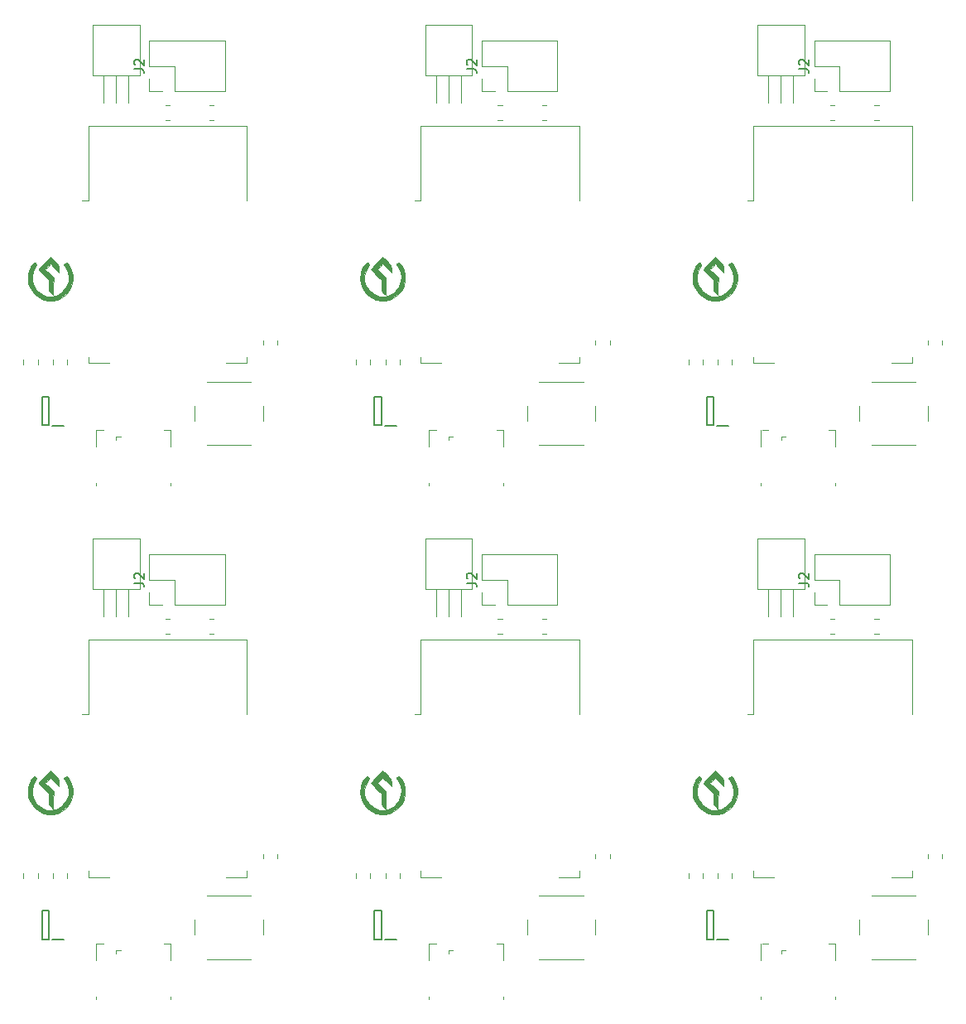
<source format=gbr>
G04 #@! TF.GenerationSoftware,KiCad,Pcbnew,(5.1.9)-1*
G04 #@! TF.CreationDate,2021-03-22T07:19:38+01:00*
G04 #@! TF.ProjectId,IM350- Multi,494d3335-302d-4204-9d75-6c74692e6b69,rev?*
G04 #@! TF.SameCoordinates,Original*
G04 #@! TF.FileFunction,Legend,Top*
G04 #@! TF.FilePolarity,Positive*
%FSLAX46Y46*%
G04 Gerber Fmt 4.6, Leading zero omitted, Abs format (unit mm)*
G04 Created by KiCad (PCBNEW (5.1.9)-1) date 2021-03-22 07:19:38*
%MOMM*%
%LPD*%
G01*
G04 APERTURE LIST*
%ADD10C,0.010000*%
%ADD11C,0.120000*%
%ADD12C,0.200000*%
%ADD13C,0.150000*%
G04 APERTURE END LIST*
D10*
G36*
X124993314Y-115374117D02*
G01*
X124996666Y-115377148D01*
X125101276Y-115494777D01*
X125087044Y-115599718D01*
X125030272Y-115683626D01*
X124746130Y-116184288D01*
X124613038Y-116699670D01*
X124629888Y-117211618D01*
X124795571Y-117701978D01*
X125108979Y-118152595D01*
X125185918Y-118233002D01*
X125635502Y-118586300D01*
X126110838Y-118785985D01*
X126597619Y-118832058D01*
X127081538Y-118724518D01*
X127548286Y-118463366D01*
X127814081Y-118233002D01*
X128155709Y-117792086D01*
X128349824Y-117307945D01*
X128395319Y-116798732D01*
X128291085Y-116282601D01*
X128036013Y-115777707D01*
X127969727Y-115683626D01*
X127892661Y-115550060D01*
X127929417Y-115449592D01*
X128003333Y-115377148D01*
X128095643Y-115305108D01*
X128169653Y-115306372D01*
X128258787Y-115401304D01*
X128396469Y-115610272D01*
X128403109Y-115620739D01*
X128654504Y-116105894D01*
X128775576Y-116587027D01*
X128781585Y-117121397D01*
X128659228Y-117698000D01*
X128396881Y-118216996D01*
X128009151Y-118656847D01*
X127510647Y-118996013D01*
X127509923Y-118996385D01*
X127157971Y-119119791D01*
X126726438Y-119189529D01*
X126281015Y-119201228D01*
X125887393Y-119150515D01*
X125761652Y-119112708D01*
X125222436Y-118834626D01*
X124782005Y-118449179D01*
X124455383Y-117977102D01*
X124257593Y-117439127D01*
X124202051Y-116960312D01*
X124239783Y-116469530D01*
X124374933Y-116030029D01*
X124597854Y-115619219D01*
X124737716Y-115406070D01*
X124827885Y-115307742D01*
X124901904Y-115303878D01*
X124993314Y-115374117D01*
G37*
X124993314Y-115374117D02*
X124996666Y-115377148D01*
X125101276Y-115494777D01*
X125087044Y-115599718D01*
X125030272Y-115683626D01*
X124746130Y-116184288D01*
X124613038Y-116699670D01*
X124629888Y-117211618D01*
X124795571Y-117701978D01*
X125108979Y-118152595D01*
X125185918Y-118233002D01*
X125635502Y-118586300D01*
X126110838Y-118785985D01*
X126597619Y-118832058D01*
X127081538Y-118724518D01*
X127548286Y-118463366D01*
X127814081Y-118233002D01*
X128155709Y-117792086D01*
X128349824Y-117307945D01*
X128395319Y-116798732D01*
X128291085Y-116282601D01*
X128036013Y-115777707D01*
X127969727Y-115683626D01*
X127892661Y-115550060D01*
X127929417Y-115449592D01*
X128003333Y-115377148D01*
X128095643Y-115305108D01*
X128169653Y-115306372D01*
X128258787Y-115401304D01*
X128396469Y-115610272D01*
X128403109Y-115620739D01*
X128654504Y-116105894D01*
X128775576Y-116587027D01*
X128781585Y-117121397D01*
X128659228Y-117698000D01*
X128396881Y-118216996D01*
X128009151Y-118656847D01*
X127510647Y-118996013D01*
X127509923Y-118996385D01*
X127157971Y-119119791D01*
X126726438Y-119189529D01*
X126281015Y-119201228D01*
X125887393Y-119150515D01*
X125761652Y-119112708D01*
X125222436Y-118834626D01*
X124782005Y-118449179D01*
X124455383Y-117977102D01*
X124257593Y-117439127D01*
X124202051Y-116960312D01*
X124239783Y-116469530D01*
X124374933Y-116030029D01*
X124597854Y-115619219D01*
X124737716Y-115406070D01*
X124827885Y-115307742D01*
X124901904Y-115303878D01*
X124993314Y-115374117D01*
G36*
X126936196Y-115174013D02*
G01*
X127160220Y-115403331D01*
X127291224Y-115570323D01*
X127353769Y-115719324D01*
X127372417Y-115894669D01*
X127373125Y-115962702D01*
X127373125Y-116319889D01*
X126937360Y-115889538D01*
X126501596Y-115459186D01*
X126221989Y-115730191D01*
X125942383Y-116001196D01*
X126822975Y-116891074D01*
X126800394Y-117784464D01*
X126777812Y-118677854D01*
X126559531Y-118449740D01*
X126442035Y-118309741D01*
X126376152Y-118164760D01*
X126347390Y-117962900D01*
X126341250Y-117668051D01*
X126341250Y-117114476D01*
X125825312Y-116603125D01*
X125597954Y-116369174D01*
X125421741Y-116171455D01*
X125322306Y-116039529D01*
X125309375Y-116008118D01*
X125362618Y-115920739D01*
X125506516Y-115750222D01*
X125717326Y-115523493D01*
X125904321Y-115333488D01*
X126499268Y-114742513D01*
X126936196Y-115174013D01*
G37*
X126936196Y-115174013D02*
X127160220Y-115403331D01*
X127291224Y-115570323D01*
X127353769Y-115719324D01*
X127372417Y-115894669D01*
X127373125Y-115962702D01*
X127373125Y-116319889D01*
X126937360Y-115889538D01*
X126501596Y-115459186D01*
X126221989Y-115730191D01*
X125942383Y-116001196D01*
X126822975Y-116891074D01*
X126800394Y-117784464D01*
X126777812Y-118677854D01*
X126559531Y-118449740D01*
X126442035Y-118309741D01*
X126376152Y-118164760D01*
X126347390Y-117962900D01*
X126341250Y-117668051D01*
X126341250Y-117114476D01*
X125825312Y-116603125D01*
X125597954Y-116369174D01*
X125421741Y-116171455D01*
X125322306Y-116039529D01*
X125309375Y-116008118D01*
X125362618Y-115920739D01*
X125506516Y-115750222D01*
X125717326Y-115523493D01*
X125904321Y-115333488D01*
X126499268Y-114742513D01*
X126936196Y-115174013D01*
G36*
X92936196Y-115174013D02*
G01*
X93160220Y-115403331D01*
X93291224Y-115570323D01*
X93353769Y-115719324D01*
X93372417Y-115894669D01*
X93373125Y-115962702D01*
X93373125Y-116319889D01*
X92937360Y-115889538D01*
X92501596Y-115459186D01*
X92221989Y-115730191D01*
X91942383Y-116001196D01*
X92822975Y-116891074D01*
X92800394Y-117784464D01*
X92777812Y-118677854D01*
X92559531Y-118449740D01*
X92442035Y-118309741D01*
X92376152Y-118164760D01*
X92347390Y-117962900D01*
X92341250Y-117668051D01*
X92341250Y-117114476D01*
X91825312Y-116603125D01*
X91597954Y-116369174D01*
X91421741Y-116171455D01*
X91322306Y-116039529D01*
X91309375Y-116008118D01*
X91362618Y-115920739D01*
X91506516Y-115750222D01*
X91717326Y-115523493D01*
X91904321Y-115333488D01*
X92499268Y-114742513D01*
X92936196Y-115174013D01*
G37*
X92936196Y-115174013D02*
X93160220Y-115403331D01*
X93291224Y-115570323D01*
X93353769Y-115719324D01*
X93372417Y-115894669D01*
X93373125Y-115962702D01*
X93373125Y-116319889D01*
X92937360Y-115889538D01*
X92501596Y-115459186D01*
X92221989Y-115730191D01*
X91942383Y-116001196D01*
X92822975Y-116891074D01*
X92800394Y-117784464D01*
X92777812Y-118677854D01*
X92559531Y-118449740D01*
X92442035Y-118309741D01*
X92376152Y-118164760D01*
X92347390Y-117962900D01*
X92341250Y-117668051D01*
X92341250Y-117114476D01*
X91825312Y-116603125D01*
X91597954Y-116369174D01*
X91421741Y-116171455D01*
X91322306Y-116039529D01*
X91309375Y-116008118D01*
X91362618Y-115920739D01*
X91506516Y-115750222D01*
X91717326Y-115523493D01*
X91904321Y-115333488D01*
X92499268Y-114742513D01*
X92936196Y-115174013D01*
G36*
X90993314Y-115374117D02*
G01*
X90996666Y-115377148D01*
X91101276Y-115494777D01*
X91087044Y-115599718D01*
X91030272Y-115683626D01*
X90746130Y-116184288D01*
X90613038Y-116699670D01*
X90629888Y-117211618D01*
X90795571Y-117701978D01*
X91108979Y-118152595D01*
X91185918Y-118233002D01*
X91635502Y-118586300D01*
X92110838Y-118785985D01*
X92597619Y-118832058D01*
X93081538Y-118724518D01*
X93548286Y-118463366D01*
X93814081Y-118233002D01*
X94155709Y-117792086D01*
X94349824Y-117307945D01*
X94395319Y-116798732D01*
X94291085Y-116282601D01*
X94036013Y-115777707D01*
X93969727Y-115683626D01*
X93892661Y-115550060D01*
X93929417Y-115449592D01*
X94003333Y-115377148D01*
X94095643Y-115305108D01*
X94169653Y-115306372D01*
X94258787Y-115401304D01*
X94396469Y-115610272D01*
X94403109Y-115620739D01*
X94654504Y-116105894D01*
X94775576Y-116587027D01*
X94781585Y-117121397D01*
X94659228Y-117698000D01*
X94396881Y-118216996D01*
X94009151Y-118656847D01*
X93510647Y-118996013D01*
X93509923Y-118996385D01*
X93157971Y-119119791D01*
X92726438Y-119189529D01*
X92281015Y-119201228D01*
X91887393Y-119150515D01*
X91761652Y-119112708D01*
X91222436Y-118834626D01*
X90782005Y-118449179D01*
X90455383Y-117977102D01*
X90257593Y-117439127D01*
X90202051Y-116960312D01*
X90239783Y-116469530D01*
X90374933Y-116030029D01*
X90597854Y-115619219D01*
X90737716Y-115406070D01*
X90827885Y-115307742D01*
X90901904Y-115303878D01*
X90993314Y-115374117D01*
G37*
X90993314Y-115374117D02*
X90996666Y-115377148D01*
X91101276Y-115494777D01*
X91087044Y-115599718D01*
X91030272Y-115683626D01*
X90746130Y-116184288D01*
X90613038Y-116699670D01*
X90629888Y-117211618D01*
X90795571Y-117701978D01*
X91108979Y-118152595D01*
X91185918Y-118233002D01*
X91635502Y-118586300D01*
X92110838Y-118785985D01*
X92597619Y-118832058D01*
X93081538Y-118724518D01*
X93548286Y-118463366D01*
X93814081Y-118233002D01*
X94155709Y-117792086D01*
X94349824Y-117307945D01*
X94395319Y-116798732D01*
X94291085Y-116282601D01*
X94036013Y-115777707D01*
X93969727Y-115683626D01*
X93892661Y-115550060D01*
X93929417Y-115449592D01*
X94003333Y-115377148D01*
X94095643Y-115305108D01*
X94169653Y-115306372D01*
X94258787Y-115401304D01*
X94396469Y-115610272D01*
X94403109Y-115620739D01*
X94654504Y-116105894D01*
X94775576Y-116587027D01*
X94781585Y-117121397D01*
X94659228Y-117698000D01*
X94396881Y-118216996D01*
X94009151Y-118656847D01*
X93510647Y-118996013D01*
X93509923Y-118996385D01*
X93157971Y-119119791D01*
X92726438Y-119189529D01*
X92281015Y-119201228D01*
X91887393Y-119150515D01*
X91761652Y-119112708D01*
X91222436Y-118834626D01*
X90782005Y-118449179D01*
X90455383Y-117977102D01*
X90257593Y-117439127D01*
X90202051Y-116960312D01*
X90239783Y-116469530D01*
X90374933Y-116030029D01*
X90597854Y-115619219D01*
X90737716Y-115406070D01*
X90827885Y-115307742D01*
X90901904Y-115303878D01*
X90993314Y-115374117D01*
G36*
X56993314Y-115374117D02*
G01*
X56996666Y-115377148D01*
X57101276Y-115494777D01*
X57087044Y-115599718D01*
X57030272Y-115683626D01*
X56746130Y-116184288D01*
X56613038Y-116699670D01*
X56629888Y-117211618D01*
X56795571Y-117701978D01*
X57108979Y-118152595D01*
X57185918Y-118233002D01*
X57635502Y-118586300D01*
X58110838Y-118785985D01*
X58597619Y-118832058D01*
X59081538Y-118724518D01*
X59548286Y-118463366D01*
X59814081Y-118233002D01*
X60155709Y-117792086D01*
X60349824Y-117307945D01*
X60395319Y-116798732D01*
X60291085Y-116282601D01*
X60036013Y-115777707D01*
X59969727Y-115683626D01*
X59892661Y-115550060D01*
X59929417Y-115449592D01*
X60003333Y-115377148D01*
X60095643Y-115305108D01*
X60169653Y-115306372D01*
X60258787Y-115401304D01*
X60396469Y-115610272D01*
X60403109Y-115620739D01*
X60654504Y-116105894D01*
X60775576Y-116587027D01*
X60781585Y-117121397D01*
X60659228Y-117698000D01*
X60396881Y-118216996D01*
X60009151Y-118656847D01*
X59510647Y-118996013D01*
X59509923Y-118996385D01*
X59157971Y-119119791D01*
X58726438Y-119189529D01*
X58281015Y-119201228D01*
X57887393Y-119150515D01*
X57761652Y-119112708D01*
X57222436Y-118834626D01*
X56782005Y-118449179D01*
X56455383Y-117977102D01*
X56257593Y-117439127D01*
X56202051Y-116960312D01*
X56239783Y-116469530D01*
X56374933Y-116030029D01*
X56597854Y-115619219D01*
X56737716Y-115406070D01*
X56827885Y-115307742D01*
X56901904Y-115303878D01*
X56993314Y-115374117D01*
G37*
X56993314Y-115374117D02*
X56996666Y-115377148D01*
X57101276Y-115494777D01*
X57087044Y-115599718D01*
X57030272Y-115683626D01*
X56746130Y-116184288D01*
X56613038Y-116699670D01*
X56629888Y-117211618D01*
X56795571Y-117701978D01*
X57108979Y-118152595D01*
X57185918Y-118233002D01*
X57635502Y-118586300D01*
X58110838Y-118785985D01*
X58597619Y-118832058D01*
X59081538Y-118724518D01*
X59548286Y-118463366D01*
X59814081Y-118233002D01*
X60155709Y-117792086D01*
X60349824Y-117307945D01*
X60395319Y-116798732D01*
X60291085Y-116282601D01*
X60036013Y-115777707D01*
X59969727Y-115683626D01*
X59892661Y-115550060D01*
X59929417Y-115449592D01*
X60003333Y-115377148D01*
X60095643Y-115305108D01*
X60169653Y-115306372D01*
X60258787Y-115401304D01*
X60396469Y-115610272D01*
X60403109Y-115620739D01*
X60654504Y-116105894D01*
X60775576Y-116587027D01*
X60781585Y-117121397D01*
X60659228Y-117698000D01*
X60396881Y-118216996D01*
X60009151Y-118656847D01*
X59510647Y-118996013D01*
X59509923Y-118996385D01*
X59157971Y-119119791D01*
X58726438Y-119189529D01*
X58281015Y-119201228D01*
X57887393Y-119150515D01*
X57761652Y-119112708D01*
X57222436Y-118834626D01*
X56782005Y-118449179D01*
X56455383Y-117977102D01*
X56257593Y-117439127D01*
X56202051Y-116960312D01*
X56239783Y-116469530D01*
X56374933Y-116030029D01*
X56597854Y-115619219D01*
X56737716Y-115406070D01*
X56827885Y-115307742D01*
X56901904Y-115303878D01*
X56993314Y-115374117D01*
G36*
X58936196Y-115174013D02*
G01*
X59160220Y-115403331D01*
X59291224Y-115570323D01*
X59353769Y-115719324D01*
X59372417Y-115894669D01*
X59373125Y-115962702D01*
X59373125Y-116319889D01*
X58937360Y-115889538D01*
X58501596Y-115459186D01*
X58221989Y-115730191D01*
X57942383Y-116001196D01*
X58822975Y-116891074D01*
X58800394Y-117784464D01*
X58777812Y-118677854D01*
X58559531Y-118449740D01*
X58442035Y-118309741D01*
X58376152Y-118164760D01*
X58347390Y-117962900D01*
X58341250Y-117668051D01*
X58341250Y-117114476D01*
X57825312Y-116603125D01*
X57597954Y-116369174D01*
X57421741Y-116171455D01*
X57322306Y-116039529D01*
X57309375Y-116008118D01*
X57362618Y-115920739D01*
X57506516Y-115750222D01*
X57717326Y-115523493D01*
X57904321Y-115333488D01*
X58499268Y-114742513D01*
X58936196Y-115174013D01*
G37*
X58936196Y-115174013D02*
X59160220Y-115403331D01*
X59291224Y-115570323D01*
X59353769Y-115719324D01*
X59372417Y-115894669D01*
X59373125Y-115962702D01*
X59373125Y-116319889D01*
X58937360Y-115889538D01*
X58501596Y-115459186D01*
X58221989Y-115730191D01*
X57942383Y-116001196D01*
X58822975Y-116891074D01*
X58800394Y-117784464D01*
X58777812Y-118677854D01*
X58559531Y-118449740D01*
X58442035Y-118309741D01*
X58376152Y-118164760D01*
X58347390Y-117962900D01*
X58341250Y-117668051D01*
X58341250Y-117114476D01*
X57825312Y-116603125D01*
X57597954Y-116369174D01*
X57421741Y-116171455D01*
X57322306Y-116039529D01*
X57309375Y-116008118D01*
X57362618Y-115920739D01*
X57506516Y-115750222D01*
X57717326Y-115523493D01*
X57904321Y-115333488D01*
X58499268Y-114742513D01*
X58936196Y-115174013D01*
G36*
X126936196Y-62674013D02*
G01*
X127160220Y-62903331D01*
X127291224Y-63070323D01*
X127353769Y-63219324D01*
X127372417Y-63394669D01*
X127373125Y-63462702D01*
X127373125Y-63819889D01*
X126937360Y-63389538D01*
X126501596Y-62959186D01*
X126221989Y-63230191D01*
X125942383Y-63501196D01*
X126822975Y-64391074D01*
X126800394Y-65284464D01*
X126777812Y-66177854D01*
X126559531Y-65949740D01*
X126442035Y-65809741D01*
X126376152Y-65664760D01*
X126347390Y-65462900D01*
X126341250Y-65168051D01*
X126341250Y-64614476D01*
X125825312Y-64103125D01*
X125597954Y-63869174D01*
X125421741Y-63671455D01*
X125322306Y-63539529D01*
X125309375Y-63508118D01*
X125362618Y-63420739D01*
X125506516Y-63250222D01*
X125717326Y-63023493D01*
X125904321Y-62833488D01*
X126499268Y-62242513D01*
X126936196Y-62674013D01*
G37*
X126936196Y-62674013D02*
X127160220Y-62903331D01*
X127291224Y-63070323D01*
X127353769Y-63219324D01*
X127372417Y-63394669D01*
X127373125Y-63462702D01*
X127373125Y-63819889D01*
X126937360Y-63389538D01*
X126501596Y-62959186D01*
X126221989Y-63230191D01*
X125942383Y-63501196D01*
X126822975Y-64391074D01*
X126800394Y-65284464D01*
X126777812Y-66177854D01*
X126559531Y-65949740D01*
X126442035Y-65809741D01*
X126376152Y-65664760D01*
X126347390Y-65462900D01*
X126341250Y-65168051D01*
X126341250Y-64614476D01*
X125825312Y-64103125D01*
X125597954Y-63869174D01*
X125421741Y-63671455D01*
X125322306Y-63539529D01*
X125309375Y-63508118D01*
X125362618Y-63420739D01*
X125506516Y-63250222D01*
X125717326Y-63023493D01*
X125904321Y-62833488D01*
X126499268Y-62242513D01*
X126936196Y-62674013D01*
G36*
X124993314Y-62874117D02*
G01*
X124996666Y-62877148D01*
X125101276Y-62994777D01*
X125087044Y-63099718D01*
X125030272Y-63183626D01*
X124746130Y-63684288D01*
X124613038Y-64199670D01*
X124629888Y-64711618D01*
X124795571Y-65201978D01*
X125108979Y-65652595D01*
X125185918Y-65733002D01*
X125635502Y-66086300D01*
X126110838Y-66285985D01*
X126597619Y-66332058D01*
X127081538Y-66224518D01*
X127548286Y-65963366D01*
X127814081Y-65733002D01*
X128155709Y-65292086D01*
X128349824Y-64807945D01*
X128395319Y-64298732D01*
X128291085Y-63782601D01*
X128036013Y-63277707D01*
X127969727Y-63183626D01*
X127892661Y-63050060D01*
X127929417Y-62949592D01*
X128003333Y-62877148D01*
X128095643Y-62805108D01*
X128169653Y-62806372D01*
X128258787Y-62901304D01*
X128396469Y-63110272D01*
X128403109Y-63120739D01*
X128654504Y-63605894D01*
X128775576Y-64087027D01*
X128781585Y-64621397D01*
X128659228Y-65198000D01*
X128396881Y-65716996D01*
X128009151Y-66156847D01*
X127510647Y-66496013D01*
X127509923Y-66496385D01*
X127157971Y-66619791D01*
X126726438Y-66689529D01*
X126281015Y-66701228D01*
X125887393Y-66650515D01*
X125761652Y-66612708D01*
X125222436Y-66334626D01*
X124782005Y-65949179D01*
X124455383Y-65477102D01*
X124257593Y-64939127D01*
X124202051Y-64460312D01*
X124239783Y-63969530D01*
X124374933Y-63530029D01*
X124597854Y-63119219D01*
X124737716Y-62906070D01*
X124827885Y-62807742D01*
X124901904Y-62803878D01*
X124993314Y-62874117D01*
G37*
X124993314Y-62874117D02*
X124996666Y-62877148D01*
X125101276Y-62994777D01*
X125087044Y-63099718D01*
X125030272Y-63183626D01*
X124746130Y-63684288D01*
X124613038Y-64199670D01*
X124629888Y-64711618D01*
X124795571Y-65201978D01*
X125108979Y-65652595D01*
X125185918Y-65733002D01*
X125635502Y-66086300D01*
X126110838Y-66285985D01*
X126597619Y-66332058D01*
X127081538Y-66224518D01*
X127548286Y-65963366D01*
X127814081Y-65733002D01*
X128155709Y-65292086D01*
X128349824Y-64807945D01*
X128395319Y-64298732D01*
X128291085Y-63782601D01*
X128036013Y-63277707D01*
X127969727Y-63183626D01*
X127892661Y-63050060D01*
X127929417Y-62949592D01*
X128003333Y-62877148D01*
X128095643Y-62805108D01*
X128169653Y-62806372D01*
X128258787Y-62901304D01*
X128396469Y-63110272D01*
X128403109Y-63120739D01*
X128654504Y-63605894D01*
X128775576Y-64087027D01*
X128781585Y-64621397D01*
X128659228Y-65198000D01*
X128396881Y-65716996D01*
X128009151Y-66156847D01*
X127510647Y-66496013D01*
X127509923Y-66496385D01*
X127157971Y-66619791D01*
X126726438Y-66689529D01*
X126281015Y-66701228D01*
X125887393Y-66650515D01*
X125761652Y-66612708D01*
X125222436Y-66334626D01*
X124782005Y-65949179D01*
X124455383Y-65477102D01*
X124257593Y-64939127D01*
X124202051Y-64460312D01*
X124239783Y-63969530D01*
X124374933Y-63530029D01*
X124597854Y-63119219D01*
X124737716Y-62906070D01*
X124827885Y-62807742D01*
X124901904Y-62803878D01*
X124993314Y-62874117D01*
G36*
X90993314Y-62874117D02*
G01*
X90996666Y-62877148D01*
X91101276Y-62994777D01*
X91087044Y-63099718D01*
X91030272Y-63183626D01*
X90746130Y-63684288D01*
X90613038Y-64199670D01*
X90629888Y-64711618D01*
X90795571Y-65201978D01*
X91108979Y-65652595D01*
X91185918Y-65733002D01*
X91635502Y-66086300D01*
X92110838Y-66285985D01*
X92597619Y-66332058D01*
X93081538Y-66224518D01*
X93548286Y-65963366D01*
X93814081Y-65733002D01*
X94155709Y-65292086D01*
X94349824Y-64807945D01*
X94395319Y-64298732D01*
X94291085Y-63782601D01*
X94036013Y-63277707D01*
X93969727Y-63183626D01*
X93892661Y-63050060D01*
X93929417Y-62949592D01*
X94003333Y-62877148D01*
X94095643Y-62805108D01*
X94169653Y-62806372D01*
X94258787Y-62901304D01*
X94396469Y-63110272D01*
X94403109Y-63120739D01*
X94654504Y-63605894D01*
X94775576Y-64087027D01*
X94781585Y-64621397D01*
X94659228Y-65198000D01*
X94396881Y-65716996D01*
X94009151Y-66156847D01*
X93510647Y-66496013D01*
X93509923Y-66496385D01*
X93157971Y-66619791D01*
X92726438Y-66689529D01*
X92281015Y-66701228D01*
X91887393Y-66650515D01*
X91761652Y-66612708D01*
X91222436Y-66334626D01*
X90782005Y-65949179D01*
X90455383Y-65477102D01*
X90257593Y-64939127D01*
X90202051Y-64460312D01*
X90239783Y-63969530D01*
X90374933Y-63530029D01*
X90597854Y-63119219D01*
X90737716Y-62906070D01*
X90827885Y-62807742D01*
X90901904Y-62803878D01*
X90993314Y-62874117D01*
G37*
X90993314Y-62874117D02*
X90996666Y-62877148D01*
X91101276Y-62994777D01*
X91087044Y-63099718D01*
X91030272Y-63183626D01*
X90746130Y-63684288D01*
X90613038Y-64199670D01*
X90629888Y-64711618D01*
X90795571Y-65201978D01*
X91108979Y-65652595D01*
X91185918Y-65733002D01*
X91635502Y-66086300D01*
X92110838Y-66285985D01*
X92597619Y-66332058D01*
X93081538Y-66224518D01*
X93548286Y-65963366D01*
X93814081Y-65733002D01*
X94155709Y-65292086D01*
X94349824Y-64807945D01*
X94395319Y-64298732D01*
X94291085Y-63782601D01*
X94036013Y-63277707D01*
X93969727Y-63183626D01*
X93892661Y-63050060D01*
X93929417Y-62949592D01*
X94003333Y-62877148D01*
X94095643Y-62805108D01*
X94169653Y-62806372D01*
X94258787Y-62901304D01*
X94396469Y-63110272D01*
X94403109Y-63120739D01*
X94654504Y-63605894D01*
X94775576Y-64087027D01*
X94781585Y-64621397D01*
X94659228Y-65198000D01*
X94396881Y-65716996D01*
X94009151Y-66156847D01*
X93510647Y-66496013D01*
X93509923Y-66496385D01*
X93157971Y-66619791D01*
X92726438Y-66689529D01*
X92281015Y-66701228D01*
X91887393Y-66650515D01*
X91761652Y-66612708D01*
X91222436Y-66334626D01*
X90782005Y-65949179D01*
X90455383Y-65477102D01*
X90257593Y-64939127D01*
X90202051Y-64460312D01*
X90239783Y-63969530D01*
X90374933Y-63530029D01*
X90597854Y-63119219D01*
X90737716Y-62906070D01*
X90827885Y-62807742D01*
X90901904Y-62803878D01*
X90993314Y-62874117D01*
G36*
X92936196Y-62674013D02*
G01*
X93160220Y-62903331D01*
X93291224Y-63070323D01*
X93353769Y-63219324D01*
X93372417Y-63394669D01*
X93373125Y-63462702D01*
X93373125Y-63819889D01*
X92937360Y-63389538D01*
X92501596Y-62959186D01*
X92221989Y-63230191D01*
X91942383Y-63501196D01*
X92822975Y-64391074D01*
X92800394Y-65284464D01*
X92777812Y-66177854D01*
X92559531Y-65949740D01*
X92442035Y-65809741D01*
X92376152Y-65664760D01*
X92347390Y-65462900D01*
X92341250Y-65168051D01*
X92341250Y-64614476D01*
X91825312Y-64103125D01*
X91597954Y-63869174D01*
X91421741Y-63671455D01*
X91322306Y-63539529D01*
X91309375Y-63508118D01*
X91362618Y-63420739D01*
X91506516Y-63250222D01*
X91717326Y-63023493D01*
X91904321Y-62833488D01*
X92499268Y-62242513D01*
X92936196Y-62674013D01*
G37*
X92936196Y-62674013D02*
X93160220Y-62903331D01*
X93291224Y-63070323D01*
X93353769Y-63219324D01*
X93372417Y-63394669D01*
X93373125Y-63462702D01*
X93373125Y-63819889D01*
X92937360Y-63389538D01*
X92501596Y-62959186D01*
X92221989Y-63230191D01*
X91942383Y-63501196D01*
X92822975Y-64391074D01*
X92800394Y-65284464D01*
X92777812Y-66177854D01*
X92559531Y-65949740D01*
X92442035Y-65809741D01*
X92376152Y-65664760D01*
X92347390Y-65462900D01*
X92341250Y-65168051D01*
X92341250Y-64614476D01*
X91825312Y-64103125D01*
X91597954Y-63869174D01*
X91421741Y-63671455D01*
X91322306Y-63539529D01*
X91309375Y-63508118D01*
X91362618Y-63420739D01*
X91506516Y-63250222D01*
X91717326Y-63023493D01*
X91904321Y-62833488D01*
X92499268Y-62242513D01*
X92936196Y-62674013D01*
D11*
X134500000Y-98980000D02*
X134500000Y-96190000D01*
X133230000Y-98980000D02*
X133230000Y-96190000D01*
X131960000Y-98980000D02*
X131960000Y-96190000D01*
X135630000Y-96190000D02*
X130830000Y-96190000D01*
X130830000Y-96190000D02*
X130830000Y-91000000D01*
X130830000Y-91000000D02*
X135630000Y-91000000D01*
X135630000Y-91000000D02*
X135630000Y-96190000D01*
D12*
X126350000Y-79468000D02*
X125650000Y-79468000D01*
X125650000Y-79468000D02*
X125650000Y-76532000D01*
X125650000Y-76532000D02*
X126350000Y-76532000D01*
X126350000Y-76532000D02*
X126350000Y-79468000D01*
X127900000Y-79500000D02*
X126700000Y-79500000D01*
D11*
X135630000Y-38500000D02*
X135630000Y-43690000D01*
X130830000Y-38500000D02*
X135630000Y-38500000D01*
X130830000Y-43690000D02*
X130830000Y-38500000D01*
X135630000Y-43690000D02*
X130830000Y-43690000D01*
X131960000Y-46480000D02*
X131960000Y-43690000D01*
X133230000Y-46480000D02*
X133230000Y-43690000D01*
X134500000Y-46480000D02*
X134500000Y-43690000D01*
X143227064Y-46765000D02*
X142772936Y-46765000D01*
X143227064Y-48235000D02*
X142772936Y-48235000D01*
X142500000Y-134000000D02*
X147000000Y-134000000D01*
X141250000Y-130000000D02*
X141250000Y-131500000D01*
X147000000Y-127500000D02*
X142500000Y-127500000D01*
X148250000Y-131500000D02*
X148250000Y-130000000D01*
X128235000Y-125761252D02*
X128235000Y-125238748D01*
X126765000Y-125761252D02*
X126765000Y-125238748D01*
X144370000Y-97830000D02*
X144370000Y-92630000D01*
X139230000Y-97830000D02*
X144370000Y-97830000D01*
X136630000Y-92630000D02*
X144370000Y-92630000D01*
X139230000Y-97830000D02*
X139230000Y-95230000D01*
X139230000Y-95230000D02*
X136630000Y-95230000D01*
X136630000Y-95230000D02*
X136630000Y-92630000D01*
X137960000Y-97830000D02*
X136630000Y-97830000D01*
X136630000Y-97830000D02*
X136630000Y-96500000D01*
D12*
X127900000Y-132000000D02*
X126700000Y-132000000D01*
X126350000Y-129032000D02*
X126350000Y-131968000D01*
X125650000Y-129032000D02*
X126350000Y-129032000D01*
X125650000Y-131968000D02*
X125650000Y-129032000D01*
X126350000Y-131968000D02*
X125650000Y-131968000D01*
D11*
X138727064Y-46765000D02*
X138272936Y-46765000D01*
X138727064Y-48235000D02*
X138272936Y-48235000D01*
X136630000Y-45330000D02*
X136630000Y-44000000D01*
X137960000Y-45330000D02*
X136630000Y-45330000D01*
X136630000Y-42730000D02*
X136630000Y-40130000D01*
X139230000Y-42730000D02*
X136630000Y-42730000D01*
X139230000Y-45330000D02*
X139230000Y-42730000D01*
X136630000Y-40130000D02*
X144370000Y-40130000D01*
X139230000Y-45330000D02*
X144370000Y-45330000D01*
X144370000Y-45330000D02*
X144370000Y-40130000D01*
X126765000Y-73261252D02*
X126765000Y-72738748D01*
X128235000Y-73261252D02*
X128235000Y-72738748D01*
X125235000Y-73261252D02*
X125235000Y-72738748D01*
X123765000Y-73261252D02*
X123765000Y-72738748D01*
X130380000Y-56500000D02*
X129770000Y-56500000D01*
X130380000Y-56500000D02*
X130380000Y-48880000D01*
X130380000Y-73120000D02*
X130380000Y-72500000D01*
X132500000Y-73120000D02*
X130380000Y-73120000D01*
X146620000Y-73120000D02*
X144500000Y-73120000D01*
X146620000Y-72500000D02*
X146620000Y-73120000D01*
X146620000Y-48880000D02*
X146620000Y-56500000D01*
X130380000Y-48880000D02*
X146620000Y-48880000D01*
X138727064Y-100735000D02*
X138272936Y-100735000D01*
X138727064Y-99265000D02*
X138272936Y-99265000D01*
X149735000Y-71227064D02*
X149735000Y-70772936D01*
X148265000Y-71227064D02*
X148265000Y-70772936D01*
X148250000Y-79000000D02*
X148250000Y-77500000D01*
X147000000Y-75000000D02*
X142500000Y-75000000D01*
X141250000Y-77500000D02*
X141250000Y-79000000D01*
X142500000Y-81500000D02*
X147000000Y-81500000D01*
X131300000Y-79900000D02*
X131960000Y-79900000D01*
X131190000Y-81630000D02*
X131190000Y-79900000D01*
X138810000Y-85590000D02*
X138810000Y-85380000D01*
X131190000Y-85590000D02*
X131190000Y-85380000D01*
X138810000Y-81630000D02*
X138810000Y-79900000D01*
X138775000Y-79900000D02*
X138125000Y-79900000D01*
X133240000Y-80590000D02*
X133690000Y-80590000D01*
X133240000Y-80590000D02*
X133240000Y-80980000D01*
X143227064Y-100735000D02*
X142772936Y-100735000D01*
X143227064Y-99265000D02*
X142772936Y-99265000D01*
X123765000Y-125761252D02*
X123765000Y-125238748D01*
X125235000Y-125761252D02*
X125235000Y-125238748D01*
X130380000Y-101380000D02*
X146620000Y-101380000D01*
X146620000Y-101380000D02*
X146620000Y-109000000D01*
X146620000Y-125000000D02*
X146620000Y-125620000D01*
X146620000Y-125620000D02*
X144500000Y-125620000D01*
X132500000Y-125620000D02*
X130380000Y-125620000D01*
X130380000Y-125620000D02*
X130380000Y-125000000D01*
X130380000Y-109000000D02*
X130380000Y-101380000D01*
X130380000Y-109000000D02*
X129770000Y-109000000D01*
X148265000Y-123727064D02*
X148265000Y-123272936D01*
X149735000Y-123727064D02*
X149735000Y-123272936D01*
X133240000Y-133090000D02*
X133240000Y-133480000D01*
X133240000Y-133090000D02*
X133690000Y-133090000D01*
X138775000Y-132400000D02*
X138125000Y-132400000D01*
X138810000Y-134130000D02*
X138810000Y-132400000D01*
X131190000Y-138090000D02*
X131190000Y-137880000D01*
X138810000Y-138090000D02*
X138810000Y-137880000D01*
X131190000Y-134130000D02*
X131190000Y-132400000D01*
X131300000Y-132400000D02*
X131960000Y-132400000D01*
X99240000Y-80590000D02*
X99240000Y-80980000D01*
X99240000Y-80590000D02*
X99690000Y-80590000D01*
X104775000Y-79900000D02*
X104125000Y-79900000D01*
X104810000Y-81630000D02*
X104810000Y-79900000D01*
X97190000Y-85590000D02*
X97190000Y-85380000D01*
X104810000Y-85590000D02*
X104810000Y-85380000D01*
X97190000Y-81630000D02*
X97190000Y-79900000D01*
X97300000Y-79900000D02*
X97960000Y-79900000D01*
X114265000Y-71227064D02*
X114265000Y-70772936D01*
X115735000Y-71227064D02*
X115735000Y-70772936D01*
X100500000Y-46480000D02*
X100500000Y-43690000D01*
X99230000Y-46480000D02*
X99230000Y-43690000D01*
X97960000Y-46480000D02*
X97960000Y-43690000D01*
X101630000Y-43690000D02*
X96830000Y-43690000D01*
X96830000Y-43690000D02*
X96830000Y-38500000D01*
X96830000Y-38500000D02*
X101630000Y-38500000D01*
X101630000Y-38500000D02*
X101630000Y-43690000D01*
X109227064Y-48235000D02*
X108772936Y-48235000D01*
X109227064Y-46765000D02*
X108772936Y-46765000D01*
X115735000Y-123727064D02*
X115735000Y-123272936D01*
X114265000Y-123727064D02*
X114265000Y-123272936D01*
X101630000Y-91000000D02*
X101630000Y-96190000D01*
X96830000Y-91000000D02*
X101630000Y-91000000D01*
X96830000Y-96190000D02*
X96830000Y-91000000D01*
X101630000Y-96190000D02*
X96830000Y-96190000D01*
X97960000Y-98980000D02*
X97960000Y-96190000D01*
X99230000Y-98980000D02*
X99230000Y-96190000D01*
X100500000Y-98980000D02*
X100500000Y-96190000D01*
X109227064Y-99265000D02*
X108772936Y-99265000D01*
X109227064Y-100735000D02*
X108772936Y-100735000D01*
X102630000Y-97830000D02*
X102630000Y-96500000D01*
X103960000Y-97830000D02*
X102630000Y-97830000D01*
X102630000Y-95230000D02*
X102630000Y-92630000D01*
X105230000Y-95230000D02*
X102630000Y-95230000D01*
X105230000Y-97830000D02*
X105230000Y-95230000D01*
X102630000Y-92630000D02*
X110370000Y-92630000D01*
X105230000Y-97830000D02*
X110370000Y-97830000D01*
X110370000Y-97830000D02*
X110370000Y-92630000D01*
X104727064Y-99265000D02*
X104272936Y-99265000D01*
X104727064Y-100735000D02*
X104272936Y-100735000D01*
D12*
X92350000Y-131968000D02*
X91650000Y-131968000D01*
X91650000Y-131968000D02*
X91650000Y-129032000D01*
X91650000Y-129032000D02*
X92350000Y-129032000D01*
X92350000Y-129032000D02*
X92350000Y-131968000D01*
X93900000Y-132000000D02*
X92700000Y-132000000D01*
D11*
X110370000Y-45330000D02*
X110370000Y-40130000D01*
X105230000Y-45330000D02*
X110370000Y-45330000D01*
X102630000Y-40130000D02*
X110370000Y-40130000D01*
X105230000Y-45330000D02*
X105230000Y-42730000D01*
X105230000Y-42730000D02*
X102630000Y-42730000D01*
X102630000Y-42730000D02*
X102630000Y-40130000D01*
X103960000Y-45330000D02*
X102630000Y-45330000D01*
X102630000Y-45330000D02*
X102630000Y-44000000D01*
X97300000Y-132400000D02*
X97960000Y-132400000D01*
X97190000Y-134130000D02*
X97190000Y-132400000D01*
X104810000Y-138090000D02*
X104810000Y-137880000D01*
X97190000Y-138090000D02*
X97190000Y-137880000D01*
X104810000Y-134130000D02*
X104810000Y-132400000D01*
X104775000Y-132400000D02*
X104125000Y-132400000D01*
X99240000Y-133090000D02*
X99690000Y-133090000D01*
X99240000Y-133090000D02*
X99240000Y-133480000D01*
X91235000Y-125761252D02*
X91235000Y-125238748D01*
X89765000Y-125761252D02*
X89765000Y-125238748D01*
X92765000Y-125761252D02*
X92765000Y-125238748D01*
X94235000Y-125761252D02*
X94235000Y-125238748D01*
X114250000Y-131500000D02*
X114250000Y-130000000D01*
X113000000Y-127500000D02*
X108500000Y-127500000D01*
X107250000Y-130000000D02*
X107250000Y-131500000D01*
X108500000Y-134000000D02*
X113000000Y-134000000D01*
X96380000Y-109000000D02*
X95770000Y-109000000D01*
X96380000Y-109000000D02*
X96380000Y-101380000D01*
X96380000Y-125620000D02*
X96380000Y-125000000D01*
X98500000Y-125620000D02*
X96380000Y-125620000D01*
X112620000Y-125620000D02*
X110500000Y-125620000D01*
X112620000Y-125000000D02*
X112620000Y-125620000D01*
X112620000Y-101380000D02*
X112620000Y-109000000D01*
X96380000Y-101380000D02*
X112620000Y-101380000D01*
X108500000Y-81500000D02*
X113000000Y-81500000D01*
X107250000Y-77500000D02*
X107250000Y-79000000D01*
X113000000Y-75000000D02*
X108500000Y-75000000D01*
X114250000Y-79000000D02*
X114250000Y-77500000D01*
X104727064Y-48235000D02*
X104272936Y-48235000D01*
X104727064Y-46765000D02*
X104272936Y-46765000D01*
X94235000Y-73261252D02*
X94235000Y-72738748D01*
X92765000Y-73261252D02*
X92765000Y-72738748D01*
X96380000Y-48880000D02*
X112620000Y-48880000D01*
X112620000Y-48880000D02*
X112620000Y-56500000D01*
X112620000Y-72500000D02*
X112620000Y-73120000D01*
X112620000Y-73120000D02*
X110500000Y-73120000D01*
X98500000Y-73120000D02*
X96380000Y-73120000D01*
X96380000Y-73120000D02*
X96380000Y-72500000D01*
X96380000Y-56500000D02*
X96380000Y-48880000D01*
X96380000Y-56500000D02*
X95770000Y-56500000D01*
X89765000Y-73261252D02*
X89765000Y-72738748D01*
X91235000Y-73261252D02*
X91235000Y-72738748D01*
D12*
X93900000Y-79500000D02*
X92700000Y-79500000D01*
X92350000Y-76532000D02*
X92350000Y-79468000D01*
X91650000Y-76532000D02*
X92350000Y-76532000D01*
X91650000Y-79468000D02*
X91650000Y-76532000D01*
X92350000Y-79468000D02*
X91650000Y-79468000D01*
D11*
X65240000Y-133090000D02*
X65240000Y-133480000D01*
X65240000Y-133090000D02*
X65690000Y-133090000D01*
X70775000Y-132400000D02*
X70125000Y-132400000D01*
X70810000Y-134130000D02*
X70810000Y-132400000D01*
X63190000Y-138090000D02*
X63190000Y-137880000D01*
X70810000Y-138090000D02*
X70810000Y-137880000D01*
X63190000Y-134130000D02*
X63190000Y-132400000D01*
X63300000Y-132400000D02*
X63960000Y-132400000D01*
X80265000Y-123727064D02*
X80265000Y-123272936D01*
X81735000Y-123727064D02*
X81735000Y-123272936D01*
X66500000Y-98980000D02*
X66500000Y-96190000D01*
X65230000Y-98980000D02*
X65230000Y-96190000D01*
X63960000Y-98980000D02*
X63960000Y-96190000D01*
X67630000Y-96190000D02*
X62830000Y-96190000D01*
X62830000Y-96190000D02*
X62830000Y-91000000D01*
X62830000Y-91000000D02*
X67630000Y-91000000D01*
X67630000Y-91000000D02*
X67630000Y-96190000D01*
X75227064Y-100735000D02*
X74772936Y-100735000D01*
X75227064Y-99265000D02*
X74772936Y-99265000D01*
X76370000Y-97830000D02*
X76370000Y-92630000D01*
X71230000Y-97830000D02*
X76370000Y-97830000D01*
X68630000Y-92630000D02*
X76370000Y-92630000D01*
X71230000Y-97830000D02*
X71230000Y-95230000D01*
X71230000Y-95230000D02*
X68630000Y-95230000D01*
X68630000Y-95230000D02*
X68630000Y-92630000D01*
X69960000Y-97830000D02*
X68630000Y-97830000D01*
X68630000Y-97830000D02*
X68630000Y-96500000D01*
X74500000Y-134000000D02*
X79000000Y-134000000D01*
X73250000Y-130000000D02*
X73250000Y-131500000D01*
X79000000Y-127500000D02*
X74500000Y-127500000D01*
X80250000Y-131500000D02*
X80250000Y-130000000D01*
X70727064Y-100735000D02*
X70272936Y-100735000D01*
X70727064Y-99265000D02*
X70272936Y-99265000D01*
X60235000Y-125761252D02*
X60235000Y-125238748D01*
X58765000Y-125761252D02*
X58765000Y-125238748D01*
X62380000Y-101380000D02*
X78620000Y-101380000D01*
X78620000Y-101380000D02*
X78620000Y-109000000D01*
X78620000Y-125000000D02*
X78620000Y-125620000D01*
X78620000Y-125620000D02*
X76500000Y-125620000D01*
X64500000Y-125620000D02*
X62380000Y-125620000D01*
X62380000Y-125620000D02*
X62380000Y-125000000D01*
X62380000Y-109000000D02*
X62380000Y-101380000D01*
X62380000Y-109000000D02*
X61770000Y-109000000D01*
X55765000Y-125761252D02*
X55765000Y-125238748D01*
X57235000Y-125761252D02*
X57235000Y-125238748D01*
D12*
X59900000Y-132000000D02*
X58700000Y-132000000D01*
X58350000Y-129032000D02*
X58350000Y-131968000D01*
X57650000Y-129032000D02*
X58350000Y-129032000D01*
X57650000Y-131968000D02*
X57650000Y-129032000D01*
X58350000Y-131968000D02*
X57650000Y-131968000D01*
D11*
X67630000Y-38500000D02*
X67630000Y-43690000D01*
X62830000Y-38500000D02*
X67630000Y-38500000D01*
X62830000Y-43690000D02*
X62830000Y-38500000D01*
X67630000Y-43690000D02*
X62830000Y-43690000D01*
X63960000Y-46480000D02*
X63960000Y-43690000D01*
X65230000Y-46480000D02*
X65230000Y-43690000D01*
X66500000Y-46480000D02*
X66500000Y-43690000D01*
X63300000Y-79900000D02*
X63960000Y-79900000D01*
X63190000Y-81630000D02*
X63190000Y-79900000D01*
X70810000Y-85590000D02*
X70810000Y-85380000D01*
X63190000Y-85590000D02*
X63190000Y-85380000D01*
X70810000Y-81630000D02*
X70810000Y-79900000D01*
X70775000Y-79900000D02*
X70125000Y-79900000D01*
X65240000Y-80590000D02*
X65690000Y-80590000D01*
X65240000Y-80590000D02*
X65240000Y-80980000D01*
D10*
G36*
X58936196Y-62674013D02*
G01*
X59160220Y-62903331D01*
X59291224Y-63070323D01*
X59353769Y-63219324D01*
X59372417Y-63394669D01*
X59373125Y-63462702D01*
X59373125Y-63819889D01*
X58937360Y-63389538D01*
X58501596Y-62959186D01*
X58221989Y-63230191D01*
X57942383Y-63501196D01*
X58822975Y-64391074D01*
X58800394Y-65284464D01*
X58777812Y-66177854D01*
X58559531Y-65949740D01*
X58442035Y-65809741D01*
X58376152Y-65664760D01*
X58347390Y-65462900D01*
X58341250Y-65168051D01*
X58341250Y-64614476D01*
X57825312Y-64103125D01*
X57597954Y-63869174D01*
X57421741Y-63671455D01*
X57322306Y-63539529D01*
X57309375Y-63508118D01*
X57362618Y-63420739D01*
X57506516Y-63250222D01*
X57717326Y-63023493D01*
X57904321Y-62833488D01*
X58499268Y-62242513D01*
X58936196Y-62674013D01*
G37*
X58936196Y-62674013D02*
X59160220Y-62903331D01*
X59291224Y-63070323D01*
X59353769Y-63219324D01*
X59372417Y-63394669D01*
X59373125Y-63462702D01*
X59373125Y-63819889D01*
X58937360Y-63389538D01*
X58501596Y-62959186D01*
X58221989Y-63230191D01*
X57942383Y-63501196D01*
X58822975Y-64391074D01*
X58800394Y-65284464D01*
X58777812Y-66177854D01*
X58559531Y-65949740D01*
X58442035Y-65809741D01*
X58376152Y-65664760D01*
X58347390Y-65462900D01*
X58341250Y-65168051D01*
X58341250Y-64614476D01*
X57825312Y-64103125D01*
X57597954Y-63869174D01*
X57421741Y-63671455D01*
X57322306Y-63539529D01*
X57309375Y-63508118D01*
X57362618Y-63420739D01*
X57506516Y-63250222D01*
X57717326Y-63023493D01*
X57904321Y-62833488D01*
X58499268Y-62242513D01*
X58936196Y-62674013D01*
G36*
X56993314Y-62874117D02*
G01*
X56996666Y-62877148D01*
X57101276Y-62994777D01*
X57087044Y-63099718D01*
X57030272Y-63183626D01*
X56746130Y-63684288D01*
X56613038Y-64199670D01*
X56629888Y-64711618D01*
X56795571Y-65201978D01*
X57108979Y-65652595D01*
X57185918Y-65733002D01*
X57635502Y-66086300D01*
X58110838Y-66285985D01*
X58597619Y-66332058D01*
X59081538Y-66224518D01*
X59548286Y-65963366D01*
X59814081Y-65733002D01*
X60155709Y-65292086D01*
X60349824Y-64807945D01*
X60395319Y-64298732D01*
X60291085Y-63782601D01*
X60036013Y-63277707D01*
X59969727Y-63183626D01*
X59892661Y-63050060D01*
X59929417Y-62949592D01*
X60003333Y-62877148D01*
X60095643Y-62805108D01*
X60169653Y-62806372D01*
X60258787Y-62901304D01*
X60396469Y-63110272D01*
X60403109Y-63120739D01*
X60654504Y-63605894D01*
X60775576Y-64087027D01*
X60781585Y-64621397D01*
X60659228Y-65198000D01*
X60396881Y-65716996D01*
X60009151Y-66156847D01*
X59510647Y-66496013D01*
X59509923Y-66496385D01*
X59157971Y-66619791D01*
X58726438Y-66689529D01*
X58281015Y-66701228D01*
X57887393Y-66650515D01*
X57761652Y-66612708D01*
X57222436Y-66334626D01*
X56782005Y-65949179D01*
X56455383Y-65477102D01*
X56257593Y-64939127D01*
X56202051Y-64460312D01*
X56239783Y-63969530D01*
X56374933Y-63530029D01*
X56597854Y-63119219D01*
X56737716Y-62906070D01*
X56827885Y-62807742D01*
X56901904Y-62803878D01*
X56993314Y-62874117D01*
G37*
X56993314Y-62874117D02*
X56996666Y-62877148D01*
X57101276Y-62994777D01*
X57087044Y-63099718D01*
X57030272Y-63183626D01*
X56746130Y-63684288D01*
X56613038Y-64199670D01*
X56629888Y-64711618D01*
X56795571Y-65201978D01*
X57108979Y-65652595D01*
X57185918Y-65733002D01*
X57635502Y-66086300D01*
X58110838Y-66285985D01*
X58597619Y-66332058D01*
X59081538Y-66224518D01*
X59548286Y-65963366D01*
X59814081Y-65733002D01*
X60155709Y-65292086D01*
X60349824Y-64807945D01*
X60395319Y-64298732D01*
X60291085Y-63782601D01*
X60036013Y-63277707D01*
X59969727Y-63183626D01*
X59892661Y-63050060D01*
X59929417Y-62949592D01*
X60003333Y-62877148D01*
X60095643Y-62805108D01*
X60169653Y-62806372D01*
X60258787Y-62901304D01*
X60396469Y-63110272D01*
X60403109Y-63120739D01*
X60654504Y-63605894D01*
X60775576Y-64087027D01*
X60781585Y-64621397D01*
X60659228Y-65198000D01*
X60396881Y-65716996D01*
X60009151Y-66156847D01*
X59510647Y-66496013D01*
X59509923Y-66496385D01*
X59157971Y-66619791D01*
X58726438Y-66689529D01*
X58281015Y-66701228D01*
X57887393Y-66650515D01*
X57761652Y-66612708D01*
X57222436Y-66334626D01*
X56782005Y-65949179D01*
X56455383Y-65477102D01*
X56257593Y-64939127D01*
X56202051Y-64460312D01*
X56239783Y-63969530D01*
X56374933Y-63530029D01*
X56597854Y-63119219D01*
X56737716Y-62906070D01*
X56827885Y-62807742D01*
X56901904Y-62803878D01*
X56993314Y-62874117D01*
D11*
X81735000Y-71227064D02*
X81735000Y-70772936D01*
X80265000Y-71227064D02*
X80265000Y-70772936D01*
X75227064Y-46765000D02*
X74772936Y-46765000D01*
X75227064Y-48235000D02*
X74772936Y-48235000D01*
X70727064Y-46765000D02*
X70272936Y-46765000D01*
X70727064Y-48235000D02*
X70272936Y-48235000D01*
X62380000Y-56500000D02*
X61770000Y-56500000D01*
X62380000Y-56500000D02*
X62380000Y-48880000D01*
X62380000Y-73120000D02*
X62380000Y-72500000D01*
X64500000Y-73120000D02*
X62380000Y-73120000D01*
X78620000Y-73120000D02*
X76500000Y-73120000D01*
X78620000Y-72500000D02*
X78620000Y-73120000D01*
X78620000Y-48880000D02*
X78620000Y-56500000D01*
X62380000Y-48880000D02*
X78620000Y-48880000D01*
X80250000Y-79000000D02*
X80250000Y-77500000D01*
X79000000Y-75000000D02*
X74500000Y-75000000D01*
X73250000Y-77500000D02*
X73250000Y-79000000D01*
X74500000Y-81500000D02*
X79000000Y-81500000D01*
X58765000Y-73261252D02*
X58765000Y-72738748D01*
X60235000Y-73261252D02*
X60235000Y-72738748D01*
X57235000Y-73261252D02*
X57235000Y-72738748D01*
X55765000Y-73261252D02*
X55765000Y-72738748D01*
D12*
X58350000Y-79468000D02*
X57650000Y-79468000D01*
X57650000Y-79468000D02*
X57650000Y-76532000D01*
X57650000Y-76532000D02*
X58350000Y-76532000D01*
X58350000Y-76532000D02*
X58350000Y-79468000D01*
X59900000Y-79500000D02*
X58700000Y-79500000D01*
D11*
X68630000Y-45330000D02*
X68630000Y-44000000D01*
X69960000Y-45330000D02*
X68630000Y-45330000D01*
X68630000Y-42730000D02*
X68630000Y-40130000D01*
X71230000Y-42730000D02*
X68630000Y-42730000D01*
X71230000Y-45330000D02*
X71230000Y-42730000D01*
X68630000Y-40130000D02*
X76370000Y-40130000D01*
X71230000Y-45330000D02*
X76370000Y-45330000D01*
X76370000Y-45330000D02*
X76370000Y-40130000D01*
D13*
X135082380Y-95563333D02*
X135796666Y-95563333D01*
X135939523Y-95610952D01*
X136034761Y-95706190D01*
X136082380Y-95849047D01*
X136082380Y-95944285D01*
X135177619Y-95134761D02*
X135130000Y-95087142D01*
X135082380Y-94991904D01*
X135082380Y-94753809D01*
X135130000Y-94658571D01*
X135177619Y-94610952D01*
X135272857Y-94563333D01*
X135368095Y-94563333D01*
X135510952Y-94610952D01*
X136082380Y-95182380D01*
X136082380Y-94563333D01*
X135082380Y-43063333D02*
X135796666Y-43063333D01*
X135939523Y-43110952D01*
X136034761Y-43206190D01*
X136082380Y-43349047D01*
X136082380Y-43444285D01*
X135177619Y-42634761D02*
X135130000Y-42587142D01*
X135082380Y-42491904D01*
X135082380Y-42253809D01*
X135130000Y-42158571D01*
X135177619Y-42110952D01*
X135272857Y-42063333D01*
X135368095Y-42063333D01*
X135510952Y-42110952D01*
X136082380Y-42682380D01*
X136082380Y-42063333D01*
X101082380Y-95563333D02*
X101796666Y-95563333D01*
X101939523Y-95610952D01*
X102034761Y-95706190D01*
X102082380Y-95849047D01*
X102082380Y-95944285D01*
X101177619Y-95134761D02*
X101130000Y-95087142D01*
X101082380Y-94991904D01*
X101082380Y-94753809D01*
X101130000Y-94658571D01*
X101177619Y-94610952D01*
X101272857Y-94563333D01*
X101368095Y-94563333D01*
X101510952Y-94610952D01*
X102082380Y-95182380D01*
X102082380Y-94563333D01*
X101082380Y-43063333D02*
X101796666Y-43063333D01*
X101939523Y-43110952D01*
X102034761Y-43206190D01*
X102082380Y-43349047D01*
X102082380Y-43444285D01*
X101177619Y-42634761D02*
X101130000Y-42587142D01*
X101082380Y-42491904D01*
X101082380Y-42253809D01*
X101130000Y-42158571D01*
X101177619Y-42110952D01*
X101272857Y-42063333D01*
X101368095Y-42063333D01*
X101510952Y-42110952D01*
X102082380Y-42682380D01*
X102082380Y-42063333D01*
X67082380Y-95563333D02*
X67796666Y-95563333D01*
X67939523Y-95610952D01*
X68034761Y-95706190D01*
X68082380Y-95849047D01*
X68082380Y-95944285D01*
X67177619Y-95134761D02*
X67130000Y-95087142D01*
X67082380Y-94991904D01*
X67082380Y-94753809D01*
X67130000Y-94658571D01*
X67177619Y-94610952D01*
X67272857Y-94563333D01*
X67368095Y-94563333D01*
X67510952Y-94610952D01*
X68082380Y-95182380D01*
X68082380Y-94563333D01*
X67082380Y-43063333D02*
X67796666Y-43063333D01*
X67939523Y-43110952D01*
X68034761Y-43206190D01*
X68082380Y-43349047D01*
X68082380Y-43444285D01*
X67177619Y-42634761D02*
X67130000Y-42587142D01*
X67082380Y-42491904D01*
X67082380Y-42253809D01*
X67130000Y-42158571D01*
X67177619Y-42110952D01*
X67272857Y-42063333D01*
X67368095Y-42063333D01*
X67510952Y-42110952D01*
X68082380Y-42682380D01*
X68082380Y-42063333D01*
M02*

</source>
